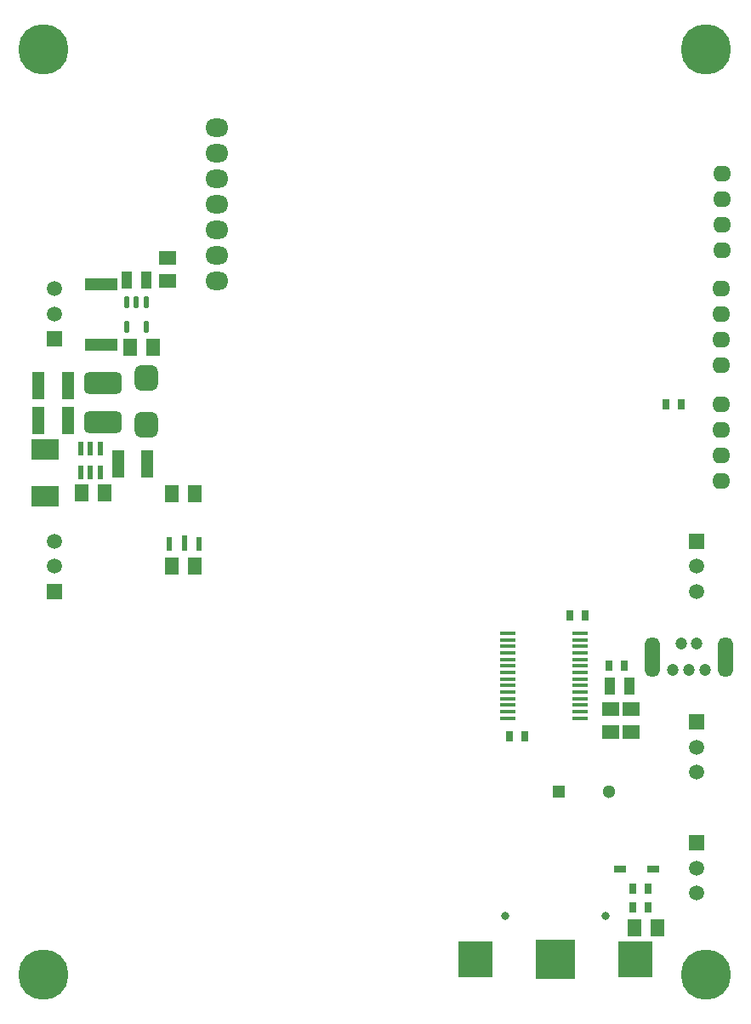
<source format=gbr>
%TF.GenerationSoftware,Altium Limited,Altium Designer,22.7.1 (60)*%
G04 Layer_Color=255*
%FSLAX45Y45*%
%MOMM*%
%TF.SameCoordinates,C4916FE7-F214-4651-8B13-81D0A890374D*%
%TF.FilePolarity,Positive*%
%TF.FileFunction,Pads,Bot*%
%TF.Part,Single*%
G01*
G75*
%TA.AperFunction,SMDPad,CuDef*%
%ADD23R,1.16000X2.72000*%
%ADD24R,1.40000X1.70000*%
%ADD25R,1.70000X1.40000*%
%ADD26R,1.00000X1.70000*%
%ADD27R,0.80000X1.00000*%
%TA.AperFunction,ComponentPad*%
%ADD48O,1.80000X1.60000*%
%ADD49C,0.80000*%
%ADD50R,1.50800X1.50800*%
%ADD51C,1.50800*%
%ADD52O,1.50000X4.00000*%
%ADD53C,1.20000*%
%ADD54R,1.30000X1.30000*%
%ADD55C,1.30000*%
%ADD56O,2.30000X1.80000*%
%TA.AperFunction,ViaPad*%
%ADD57C,5.00000*%
%TA.AperFunction,SMDPad,CuDef*%
%ADD60R,3.50000X3.60000*%
%ADD61R,4.00000X4.00000*%
%ADD62R,0.48000X1.40000*%
%ADD63R,0.56000X1.52500*%
G04:AMPARAMS|DCode=64|XSize=1.34mm|YSize=0.59mm|CornerRadius=0.07375mm|HoleSize=0mm|Usage=FLASHONLY|Rotation=270.000|XOffset=0mm|YOffset=0mm|HoleType=Round|Shape=RoundedRectangle|*
%AMROUNDEDRECTD64*
21,1,1.34000,0.44250,0,0,270.0*
21,1,1.19250,0.59000,0,0,270.0*
1,1,0.14750,-0.22125,-0.59625*
1,1,0.14750,-0.22125,0.59625*
1,1,0.14750,0.22125,0.59625*
1,1,0.14750,0.22125,-0.59625*
%
%ADD64ROUNDEDRECTD64*%
%ADD65R,2.70000X2.05000*%
G04:AMPARAMS|DCode=66|XSize=2.2mm|YSize=3.8mm|CornerRadius=0.55mm|HoleSize=0mm|Usage=FLASHONLY|Rotation=270.000|XOffset=0mm|YOffset=0mm|HoleType=Round|Shape=RoundedRectangle|*
%AMROUNDEDRECTD66*
21,1,2.20000,2.70000,0,0,270.0*
21,1,1.10000,3.80000,0,0,270.0*
1,1,1.10000,-1.35000,-0.55000*
1,1,1.10000,-1.35000,0.55000*
1,1,1.10000,1.35000,0.55000*
1,1,1.10000,1.35000,-0.55000*
%
%ADD66ROUNDEDRECTD66*%
G04:AMPARAMS|DCode=67|XSize=2.3mm|YSize=2.5mm|CornerRadius=0.575mm|HoleSize=0mm|Usage=FLASHONLY|Rotation=0.000|XOffset=0mm|YOffset=0mm|HoleType=Round|Shape=RoundedRectangle|*
%AMROUNDEDRECTD67*
21,1,2.30000,1.35000,0,0,0.0*
21,1,1.15000,2.50000,0,0,0.0*
1,1,1.15000,0.57500,-0.67500*
1,1,1.15000,-0.57500,-0.67500*
1,1,1.15000,-0.57500,0.67500*
1,1,1.15000,0.57500,0.67500*
%
%ADD67ROUNDEDRECTD67*%
G04:AMPARAMS|DCode=68|XSize=1.21mm|YSize=0.59mm|CornerRadius=0.1475mm|HoleSize=0mm|Usage=FLASHONLY|Rotation=270.000|XOffset=0mm|YOffset=0mm|HoleType=Round|Shape=RoundedRectangle|*
%AMROUNDEDRECTD68*
21,1,1.21000,0.29500,0,0,270.0*
21,1,0.91500,0.59000,0,0,270.0*
1,1,0.29500,-0.14750,-0.45750*
1,1,0.29500,-0.14750,0.45750*
1,1,0.29500,0.14750,0.45750*
1,1,0.29500,0.14750,-0.45750*
%
%ADD68ROUNDEDRECTD68*%
%ADD69R,3.27000X1.15000*%
%ADD70R,1.50000X0.40000*%
%ADD71R,1.21000X0.73000*%
D23*
X1430000Y5480454D02*
D03*
X1135000D02*
D03*
X345000Y5910454D02*
D03*
X640000D02*
D03*
Y6260454D02*
D03*
X345000D02*
D03*
D24*
X778200Y5190454D02*
D03*
X1006800D02*
D03*
X1484300Y6640000D02*
D03*
X1255700D02*
D03*
X1900300Y5184000D02*
D03*
X1671700D02*
D03*
Y4464000D02*
D03*
X1900300D02*
D03*
X6275700Y860000D02*
D03*
X6504300D02*
D03*
D25*
X1630000Y7524300D02*
D03*
Y7295700D02*
D03*
X6040001Y3044300D02*
D03*
Y2815700D02*
D03*
X6240001Y3044300D02*
D03*
Y2815700D02*
D03*
D26*
X1225000Y7310000D02*
D03*
X1415000D02*
D03*
X6225001Y3270000D02*
D03*
X6035001D02*
D03*
D27*
X6740000Y6070001D02*
D03*
X6590000D02*
D03*
X5785000Y3970000D02*
D03*
X5635000D02*
D03*
X6175000Y3470000D02*
D03*
X6025000D02*
D03*
X5185000Y2770000D02*
D03*
X5035000D02*
D03*
X6415000Y1250000D02*
D03*
X6265000D02*
D03*
X6415000Y1070000D02*
D03*
X6265000D02*
D03*
D48*
X7140000Y7222001D02*
D03*
Y6968001D02*
D03*
Y6714001D02*
D03*
Y6460001D02*
D03*
X7145000Y5310002D02*
D03*
Y5564002D02*
D03*
Y5818002D02*
D03*
Y6072002D02*
D03*
X7150000Y8368001D02*
D03*
Y8114001D02*
D03*
Y7860001D02*
D03*
Y7606001D02*
D03*
D49*
X5990000Y980000D02*
D03*
X4990000D02*
D03*
D50*
X502501Y6719999D02*
D03*
Y4210000D02*
D03*
X6897500Y4710000D02*
D03*
X6900000Y2910000D02*
D03*
Y1710000D02*
D03*
D51*
X502501Y6969999D02*
D03*
Y7219999D02*
D03*
Y4710000D02*
D03*
Y4460000D02*
D03*
X6897500Y4210000D02*
D03*
Y4460000D02*
D03*
X6900000Y2410000D02*
D03*
Y2660000D02*
D03*
Y1210000D02*
D03*
Y1460000D02*
D03*
D52*
X7185000Y3560000D02*
D03*
X6455000D02*
D03*
D53*
X6820000Y3430000D02*
D03*
X6980000D02*
D03*
X6660000D02*
D03*
X6900000Y3690000D02*
D03*
X6740000D02*
D03*
D54*
X5526001Y2220000D02*
D03*
D55*
X6026001D02*
D03*
D56*
X2120000Y7302000D02*
D03*
Y7556000D02*
D03*
Y7810000D02*
D03*
Y8064000D02*
D03*
Y8318000D02*
D03*
Y8572000D02*
D03*
Y8826000D02*
D03*
D57*
X390000Y400000D02*
D03*
X6990000Y9600000D02*
D03*
Y400000D02*
D03*
X390000Y9600000D02*
D03*
D60*
X6285000Y550000D02*
D03*
X4695000D02*
D03*
D61*
X5490000D02*
D03*
D62*
X1646000Y4681500D02*
D03*
X1946000D02*
D03*
D63*
X1796000Y4687500D02*
D03*
D64*
X767500Y5629454D02*
D03*
X862500D02*
D03*
X957500D02*
D03*
Y5391454D02*
D03*
X862500D02*
D03*
X767500D02*
D03*
D65*
X412500Y5155454D02*
D03*
Y5625454D02*
D03*
D66*
X982500Y5890000D02*
D03*
Y6280000D02*
D03*
D67*
X1420000Y6330000D02*
D03*
Y5870000D02*
D03*
D68*
X1225000Y7090547D02*
D03*
X1320000D02*
D03*
X1415000D02*
D03*
Y6839547D02*
D03*
X1225000D02*
D03*
D69*
X970000Y6663654D02*
D03*
Y7266254D02*
D03*
D70*
X5015000Y2950000D02*
D03*
Y3015000D02*
D03*
Y3080000D02*
D03*
Y3145000D02*
D03*
Y3210000D02*
D03*
Y3275000D02*
D03*
Y3340000D02*
D03*
Y3405000D02*
D03*
Y3470000D02*
D03*
Y3535000D02*
D03*
Y3600000D02*
D03*
Y3665000D02*
D03*
Y3730000D02*
D03*
Y3795000D02*
D03*
X5740000D02*
D03*
Y3730000D02*
D03*
Y3665000D02*
D03*
Y3600000D02*
D03*
Y3535000D02*
D03*
Y3470000D02*
D03*
Y3405000D02*
D03*
Y3340000D02*
D03*
Y3275000D02*
D03*
Y3210000D02*
D03*
Y3145000D02*
D03*
Y3080000D02*
D03*
Y3015000D02*
D03*
Y2950000D02*
D03*
D71*
X6132000Y1450000D02*
D03*
X6468000D02*
D03*
%TF.MD5,546d585dedbaa2e1bdaa765c631b3b9f*%
M02*

</source>
